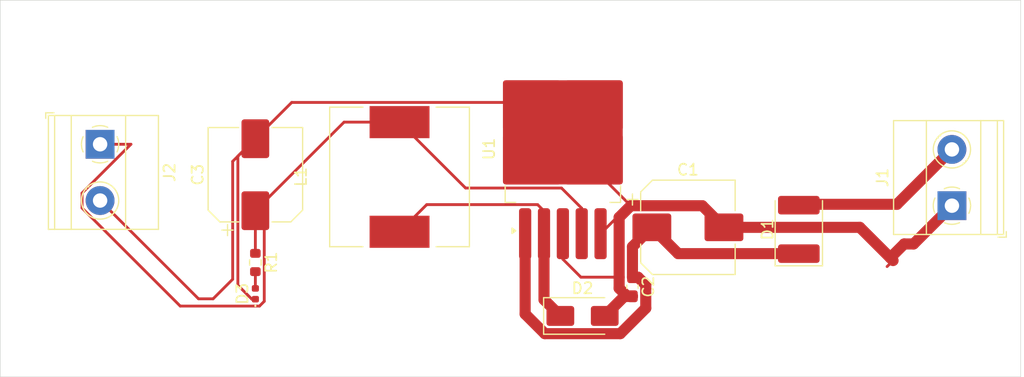
<source format=kicad_pcb>
(kicad_pcb (version 20240108) (generator "pcbnew") (generator_version "8.0")
  (layers (0 "F.Cu" signal) (31 "B.Cu" signal) (34 "B.Paste" user) (35 "F.Paste" user) (36 "B.SilkS" user "B.Silkscreen") (37 "F.SilkS" user "F.Silkscreen") (38 "B.Mask" user) (39 "F.Mask" user) (44 "Edge.Cuts" user))
  (net 0 "")
  (net 1 "GND")
  (net 2 "+VDC")
  (net 3 "+5V")
  (net 4 "Net-(D1-A)")
  (net 5 "Net-(D2-K)")
  (net 6 "Net-(D3-A)")
  (footprint "Capacitor_SMD:CP_Elec_8x10" (layer "F.Cu") (at 138 116.25 90)
    (property "Reference" "C3" (at 0 -5.2 90) (layer "F.SilkS"))
    (property "Value" "220uF")
    (fp_line (start 4.26 -4.26) (end 4.26 -1.51) (stroke (width 0.12)) (layer "F.SilkS"))
    (fp_line (start -3.195563 -4.26) (end 4.26 -4.26) (stroke (width 0.12)) (layer "F.SilkS"))
    (fp_line (start -4.26 -3.195563) (end -3.195563 -4.26) (stroke (width 0.12)) (layer "F.SilkS"))
    (fp_line (start -4.26 -3.195563) (end -4.26 -1.51) (stroke (width 0.12)) (layer "F.SilkS"))
    (fp_line (start -5 -3.01) (end -5 -2.01) (stroke (width 0.12)) (layer "F.SilkS"))
    (fp_line (start -5.5 -2.51) (end -4.5 -2.51) (stroke (width 0.12)) (layer "F.SilkS"))
    (fp_line (start -4.26 3.195563) (end -4.26 1.51) (stroke (width 0.12)) (layer "F.SilkS"))
    (fp_line (start -4.26 3.195563) (end -3.195563 4.26) (stroke (width 0.12)) (layer "F.SilkS"))
    (fp_line (start 4.26 4.26) (end 4.26 1.51) (stroke (width 0.12)) (layer "F.SilkS"))
    (fp_line (start -3.195563 4.26) (end 4.26 4.26) (stroke (width 0.12)) (layer "F.SilkS"))
    (pad "1" smd roundrect (at -3.25 0 90) (size 3.5 2.5) (layers "F.Cu" "F.Paste" "F.Mask") (roundrect_rratio 0.1) (net 3 "+5V"))
    (pad "2" smd roundrect (at 3.25 0 90) (size 3.5 2.5) (layers "F.Cu" "F.Paste" "F.Mask") (roundrect_rratio 0.1) (net 1 "GND"))
  )
  (footprint "Capacitor_SMD:C_0603_1608Metric_Pad1.08x0.95mm_HandSolder" (layer "F.Cu") (at 172 126.3625 -90)
    (property "Reference" "C2" (at 0 -1.43 90) (layer "F.SilkS"))
    (property "Value" "C")
    (fp_line (start -0.146267 0.51) (end 0.146267 0.51) (stroke (width 0.12)) (layer "F.SilkS"))
    (fp_line (start -0.146267 -0.51) (end 0.146267 -0.51) (stroke (width 0.12)) (layer "F.SilkS"))
    (pad "1" smd roundrect (at -0.8625 0 270) (size 1.075 0.95) (layers "F.Cu" "F.Paste" "F.Mask") (net 2 "+VDC"))
    (pad "2" smd roundrect (at 0.8625 0 270) (size 1.075 0.95) (layers "F.Cu" "F.Paste" "F.Mask") (net 1 "GND"))
  )
  (footprint "TerminalBlock_Phoenix:TerminalBlock_Phoenix_MKDS-1,5-2-5.08_1x02_P5.08mm_Horizontal" (layer "F.Cu") (at 124 113.5 -90)
    (property "Reference" "J2" (at 2.54 -6.26 90) (layer "F.SilkS"))
    (property "Value" "Screw_Terminal_01x02")
    (fp_line (start -2.84 4.9) (end -2.34 4.9) (stroke (width 0.12)) (layer "F.SilkS"))
    (fp_line (start -2.6 4.66) (end 7.68 4.66) (stroke (width 0.12)) (layer "F.SilkS"))
    (fp_line (start -2.84 4.16) (end -2.84 4.9) (stroke (width 0.12)) (layer "F.SilkS"))
    (fp_line (start -2.6 4.1) (end 7.68 4.1) (stroke (width 0.12)) (layer "F.SilkS"))
    (fp_line (start -2.6 2.6) (end 7.68 2.6) (stroke (width 0.12)) (layer "F.SilkS"))
    (fp_line (start 4.046 1.239) (end 4.011 1.274) (stroke (width 0.12)) (layer "F.SilkS"))
    (fp_line (start 3.853 1.023) (end 3.806 1.069) (stroke (width 0.12)) (layer "F.SilkS"))
    (fp_line (start 6.355 -1.069) (end 6.308 -1.023) (stroke (width 0.12)) (layer "F.SilkS"))
    (fp_line (start 6.15 -1.275) (end 6.115 -1.239) (stroke (width 0.12)) (layer "F.SilkS"))
    (fp_line (start -2.6 -2.301) (end 7.68 -2.301) (stroke (width 0.12)) (layer "F.SilkS"))
    (fp_line (start -2.6 -5.261) (end -2.6 4.66) (stroke (width 0.12)) (layer "F.SilkS"))
    (fp_line (start -2.6 -5.261) (end 7.68 -5.261) (stroke (width 0.12)) (layer "F.SilkS"))
    (fp_line (start 7.68 -5.261) (end 7.68 4.66) (stroke (width 0.12)) (layer "F.SilkS"))
    (fp_arc (start 0.028805 1.680253) (mid -0.335551 1.646659) (end -0.684 1.535) (stroke (width 0.12)) (layer "F.SilkS"))
    (fp_arc (start 0.683318 1.534756) (mid 0.349292 1.643288) (end 0 1.68) (stroke (width 0.12)) (layer "F.SilkS"))
    (fp_arc (start -1.535427 0.683042) (mid -1.680501 -0.000524) (end -1.535 -0.684) (stroke (width 0.12)) (layer "F.SilkS"))
    (fp_arc (start 1.535427 -0.683042) (mid 1.680501 0.000524) (end 1.535 0.684) (stroke (width 0.12)) (layer "F.SilkS"))
    (fp_arc (start -0.683042 -1.535427) (mid 0.000524 -1.680501) (end 0.684 -1.535) (stroke (width 0.12)) (layer "F.SilkS"))
    (fp_circle (center 5.08 0) (end 6.76 0) (stroke (width 0.12)) (fill none) (layer "F.SilkS"))
    (pad "1" thru_hole rect (at 0 0 270) (size 2.6 2.6) (drill 1.3) (layers "*.Cu" "*.Mask") (net 3 "+5V"))
    (pad "2" thru_hole circle (at 5.08 0 270) (size 2.6 2.6) (drill 1.3) (layers "*.Cu" "*.Mask") (net 1 "GND"))
  )
  (footprint "Package_TO_SOT_SMD:TO-263-5_TabPin3" (layer "F.Cu") (at 165.725 113.925 90)
    (property "Reference" "U1" (at 0 -6.65 90) (layer "F.SilkS"))
    (property "Value" "LM2596S-5")
    (fp_line (start -3.325 -5.2) (end -4.825 -5.2) (stroke (width 0.12)) (layer "F.SilkS"))
    (fp_line (start -4.825 -5.2) (end -4.825 -4.25) (stroke (width 0.12)) (layer "F.SilkS"))
    (fp_line (start -3.325 5.2) (end -4.825 5.2) (stroke (width 0.12)) (layer "F.SilkS"))
    (fp_line (start -4.825 5.2) (end -4.825 4.25) (stroke (width 0.12)) (layer "F.SilkS"))
    (fp_poly (pts (xy -7.3875 -4.25) (xy -7.6275 -4.58) (xy -7.1475 -4.58) (xy -7.3875 -4.25)) (stroke (width 0.12)) (fill solid) (layer "F.SilkS"))
    (pad "1" smd roundrect (at -7.65 -3.4 90) (size 4.6 1.1) (layers "F.Cu" "F.Paste" "F.Mask") (roundrect_rratio 0.227273) (net 2 "+VDC"))
    (pad "2" smd roundrect (at -7.65 -1.7 90) (size 4.6 1.1) (layers "F.Cu" "F.Paste" "F.Mask") (roundrect_rratio 0.227273) (net 5 "Net-(D2-K)"))
    (pad "3" smd roundrect (at -7.65 0 90) (size 4.6 1.1) (layers "F.Cu" "F.Paste" "F.Mask") (roundrect_rratio 0.227273) (net 1 "GND"))
    (pad "3" smd roundrect (at -0.925 -2.775 90) (size 4.55 5.25) (layers "F.Cu" "F.Paste") (roundrect_rratio 0.054945) (net 1 "GND"))
    (pad "3" smd roundrect (at -0.925 2.775 90) (size 4.55 5.25) (layers "F.Cu" "F.Paste") (roundrect_rratio 0.054945) (net 1 "GND"))
    (pad "3" smd roundrect (at 1.5 0 90) (size 9.4 10.8) (layers "F.Cu" "F.Mask") (roundrect_rratio 0.026596) (net 1 "GND"))
    (pad "3" smd roundrect (at 3.925 -2.775 90) (size 4.55 5.25) (layers "F.Cu" "F.Paste") (roundrect_rratio 0.054945) (net 1 "GND"))
    (pad "3" smd roundrect (at 3.925 2.775 90) (size 4.55 5.25) (layers "F.Cu" "F.Paste") (roundrect_rratio 0.054945) (net 1 "GND"))
    (pad "4" smd roundrect (at -7.65 1.7 90) (size 4.6 1.1) (layers "F.Cu" "F.Paste" "F.Mask") (roundrect_rratio 0.227273) (net 3 "+5V"))
    (pad "5" smd roundrect (at -7.65 3.4 90) (size 4.6 1.1) (layers "F.Cu" "F.Paste" "F.Mask") (roundrect_rratio 0.227273) (net 1 "GND"))
  )
  (footprint "Capacitor_SMD:CP_Elec_8x10" (layer "F.Cu") (at 177 121)
    (property "Reference" "C1" (at 0 -5.2 0) (layer "F.SilkS"))
    (property "Value" "220uF")
    (fp_line (start -5.5 -2.51) (end -4.5 -2.51) (stroke (width 0.12)) (layer "F.SilkS"))
    (fp_line (start -5 -3.01) (end -5 -2.01) (stroke (width 0.12)) (layer "F.SilkS"))
    (fp_line (start -4.26 -3.195563) (end -4.26 -1.51) (stroke (width 0.12)) (layer "F.SilkS"))
    (fp_line (start -4.26 -3.195563) (end -3.195563 -4.26) (stroke (width 0.12)) (layer "F.SilkS"))
    (fp_line (start -4.26 3.195563) (end -4.26 1.51) (stroke (width 0.12)) (layer "F.SilkS"))
    (fp_line (start -4.26 3.195563) (end -3.195563 4.26) (stroke (width 0.12)) (layer "F.SilkS"))
    (fp_line (start -3.195563 -4.26) (end 4.26 -4.26) (stroke (width 0.12)) (layer "F.SilkS"))
    (fp_line (start -3.195563 4.26) (end 4.26 4.26) (stroke (width 0.12)) (layer "F.SilkS"))
    (fp_line (start 4.26 -4.26) (end 4.26 -1.51) (stroke (width 0.12)) (layer "F.SilkS"))
    (fp_line (start 4.26 4.26) (end 4.26 1.51) (stroke (width 0.12)) (layer "F.SilkS"))
    (pad "1" smd roundrect (at -3.25 0) (size 3.5 2.5) (layers "F.Cu" "F.Paste" "F.Mask") (roundrect_rratio 0.1) (net 2 "+VDC"))
    (pad "2" smd roundrect (at 3.25 0) (size 3.5 2.5) (layers "F.Cu" "F.Paste" "F.Mask") (roundrect_rratio 0.1) (net 1 "GND"))
  )
  (footprint "Diode_SMD:D_SMA" (layer "F.Cu") (at 167.5 129)
    (property "Reference" "D2" (at 0 -2.5 0) (layer "F.SilkS"))
    (property "Value" "SS34")
    (fp_line (start -3.51 -1.65) (end -3.51 1.65) (stroke (width 0.12)) (layer "F.SilkS"))
    (fp_line (start -3.51 -1.65) (end 2 -1.65) (stroke (width 0.12)) (layer "F.SilkS"))
    (fp_line (start -3.51 1.65) (end 2 1.65) (stroke (width 0.12)) (layer "F.SilkS"))
    (pad "1" smd roundrect (at -2 0) (size 2.5 1.8) (layers "F.Cu" "F.Paste" "F.Mask") (roundrect_rratio 0.1388888889) (net 5 "Net-(D2-K)"))
    (pad "2" smd roundrect (at 2 0) (size 2.5 1.8) (layers "F.Cu" "F.Paste" "F.Mask") (roundrect_rratio 0.1388888889) (net 1 "GND"))
  )
  (footprint "Resistor_SMD:R_0603_1608Metric" (layer "F.Cu") (at 138 124.175 -90)
    (property "Reference" "R1" (at 0 -1.43 90) (layer "F.SilkS"))
    (property "Value" "R")
    (fp_line (start -0.237258 0.5225) (end 0.237258 0.5225) (stroke (width 0.12)) (layer "F.SilkS"))
    (fp_line (start -0.237258 -0.5225) (end 0.237258 -0.5225) (stroke (width 0.12)) (layer "F.SilkS"))
    (pad "1" smd roundrect (at -0.825 0 270) (size 0.8 0.95) (layers "F.Cu" "F.Paste" "F.Mask") (net 3 "+5V"))
    (pad "2" smd roundrect (at 0.825 0 270) (size 0.8 0.95) (layers "F.Cu" "F.Paste" "F.Mask") (net 6 "Net-(D3-A)"))
  )
  (footprint "LED_SMD:LED_0402_1005Metric" (layer "F.Cu") (at 138 127 90)
    (property "Reference" "D3" (at 0 -1.17 90) (layer "F.SilkS"))
    (property "Value" "LED")
    (fp_circle (center -1.09 0) (end -1.04 0) (stroke (width 0.1)) (fill none) (layer "F.SilkS"))
    (pad "1" smd roundrect (at -0.485 0 90) (size 0.59 0.64) (layers "F.Cu" "F.Paste" "F.Mask") (net 1 "GND"))
    (pad "2" smd roundrect (at 0.485 0 90) (size 0.59 0.64) (layers "F.Cu" "F.Paste" "F.Mask") (net 6 "Net-(D3-A)"))
  )
  (footprint "TerminalBlock_Phoenix:TerminalBlock_Phoenix_MKDS-1,5-2-5.08_1x02_P5.08mm_Horizontal" (layer "F.Cu") (at 200.805 119.045 90)
    (property "Reference" "J1" (at 2.54 -6.26 90) (layer "F.SilkS"))
    (property "Value" "Screw_Terminal_01x02")
    (fp_line (start 7.68 -5.261) (end 7.68 4.66) (stroke (width 0.12)) (layer "F.SilkS"))
    (fp_line (start -2.6 -5.261) (end 7.68 -5.261) (stroke (width 0.12)) (layer "F.SilkS"))
    (fp_line (start -2.6 -5.261) (end -2.6 4.66) (stroke (width 0.12)) (layer "F.SilkS"))
    (fp_line (start -2.6 -2.301) (end 7.68 -2.301) (stroke (width 0.12)) (layer "F.SilkS"))
    (fp_line (start 6.15 -1.275) (end 6.115 -1.239) (stroke (width 0.12)) (layer "F.SilkS"))
    (fp_line (start 6.355 -1.069) (end 6.308 -1.023) (stroke (width 0.12)) (layer "F.SilkS"))
    (fp_line (start 3.853 1.023) (end 3.806 1.069) (stroke (width 0.12)) (layer "F.SilkS"))
    (fp_line (start 4.046 1.239) (end 4.011 1.274) (stroke (width 0.12)) (layer "F.SilkS"))
    (fp_line (start -2.6 2.6) (end 7.68 2.6) (stroke (width 0.12)) (layer "F.SilkS"))
    (fp_line (start -2.6 4.1) (end 7.68 4.1) (stroke (width 0.12)) (layer "F.SilkS"))
    (fp_line (start -2.84 4.16) (end -2.84 4.9) (stroke (width 0.12)) (layer "F.SilkS"))
    (fp_line (start -2.6 4.66) (end 7.68 4.66) (stroke (width 0.12)) (layer "F.SilkS"))
    (fp_line (start -2.84 4.9) (end -2.34 4.9) (stroke (width 0.12)) (layer "F.SilkS"))
    (fp_arc (start -0.683042 -1.535427) (mid 0.000524 -1.680501) (end 0.684 -1.535) (stroke (width 0.12)) (layer "F.SilkS"))
    (fp_arc (start 1.535427 -0.683042) (mid 1.680501 0.000524) (end 1.535 0.684) (stroke (width 0.12)) (layer "F.SilkS"))
    (fp_arc (start -1.535427 0.683042) (mid -1.680501 -0.000524) (end -1.535 -0.684) (stroke (width 0.12)) (layer "F.SilkS"))
    (fp_arc (start 0.683318 1.534756) (mid 0.349292 1.643288) (end 0 1.68) (stroke (width 0.12)) (layer "F.SilkS"))
    (fp_arc (start 0.028805 1.680253) (mid -0.335551 1.646659) (end -0.684 1.535) (stroke (width 0.12)) (layer "F.SilkS"))
    (fp_circle (center 5.08 0) (end 6.76 0) (stroke (width 0.12)) (fill none) (layer "F.SilkS"))
    (pad "1" thru_hole rect (at 0 0 90) (size 2.6 2.6) (drill 1.3) (layers "*.Cu" "*.Mask") (net 1 "GND"))
    (pad "2" thru_hole circle (at 5.08 0 90) (size 2.6 2.6) (drill 1.3) (layers "*.Cu" "*.Mask") (net 4 "Net-(D1-A)"))
  )
  (footprint "Inductor_SMD:L_12x12mm_H4.5mm" (layer "F.Cu") (at 151 116.45 90)
    (property "Reference" "L1" (at 0 -8.89 90) (layer "F.SilkS"))
    (property "Value" "33uH")
    (fp_line (start 6.3 -6.3) (end 6.3 -3.3) (stroke (width 0.12)) (layer "F.SilkS"))
    (fp_line (start -6.3 -6.3) (end 6.3 -6.3) (stroke (width 0.12)) (layer "F.SilkS"))
    (fp_line (start -6.3 -3.3) (end -6.3 -6.3) (stroke (width 0.12)) (layer "F.SilkS"))
    (fp_line (start 6.3 3.3) (end 6.3 6.3) (stroke (width 0.12)) (layer "F.SilkS"))
    (fp_line (start 6.3 6.3) (end -6.3 6.3) (stroke (width 0.12)) (layer "F.SilkS"))
    (fp_line (start -6.3 6.3) (end -6.3 3.3) (stroke (width 0.12)) (layer "F.SilkS"))
    (pad "1" smd rect (at -4.95 0 90) (size 2.9 5.4) (layers "F.Cu" "F.Paste" "F.Mask") (net 5 "Net-(D2-K)"))
    (pad "2" smd rect (at 4.95 0 90) (size 2.9 5.4) (layers "F.Cu" "F.Paste" "F.Mask") (net 3 "+5V"))
  )
  (footprint "Diode_SMD:D_2114_3652Metric" (layer "F.Cu") (at 187 121.1875 90)
    (property "Reference" "D1" (at 0 -2.82 90) (layer "F.SilkS"))
    (property "Value" "D")
    (fp_line (start 2.6 -2.135) (end -3.285 -2.135) (stroke (width 0.12)) (layer "F.SilkS"))
    (fp_line (start -3.285 -2.135) (end -3.285 2.135) (stroke (width 0.12)) (layer "F.SilkS"))
    (fp_line (start -3.285 2.135) (end 2.6 2.135) (stroke (width 0.12)) (layer "F.SilkS"))
    (pad "1" smd roundrect (at -2.1875 0 90) (size 1.675 3.75) (layers "F.Cu" "F.Paste" "F.Mask") (roundrect_rratio 0.149254) (net 2 "+VDC"))
    (pad "2" smd roundrect (at 2.1875 0 90) (size 1.675 3.75) (layers "F.Cu" "F.Paste" "F.Mask") (roundrect_rratio 0.149254) (net 4 "Net-(D1-A)"))
  )
  (gr_line (start 115 134.5) (end 207 134.5) (stroke (width 0.05)) (layer "Edge.Cuts"))
  (gr_line (start 207 100.5) (end 115 100.5) (stroke (width 0.05)) (layer "Edge.Cuts"))
  (gr_line (start 115 100.5) (end 115 134.5) (stroke (width 0.05)) (layer "Edge.Cuts"))
  (gr_line (start 207 134.5) (end 207 100.5) (stroke (width 0.05)) (layer "Edge.Cuts"))
  (segment (start 135.954 115.046) (end 138 113) (width 0.254) (layer "F.Cu") (net 1))
  (segment (start 171.525 127.225) (end 170.8 126.5) (width 1) (layer "F.Cu") (net 1))
  (segment (start 165.725 121.575) (end 165.725 123.875) (width 0.254) (layer "F.Cu") (net 1))
  (segment (start 172 127.225) (end 171.525 127.225) (width 1) (layer "F.Cu") (net 1))
  (segment (start 195.25 123.75) (end 196.5 122.5) (width 1) (layer "F.Cu") (net 1))
  (segment (start 132.874 127.454) (end 134.188053 127.454) (width 0.254) (layer "F.Cu") (net 1))
  (segment (start 170.60043 120.09957) (end 170.8 120.09957) (width 0.254) (layer "F.Cu") (net 1))
  (segment (start 197.35 122.5) (end 200.805 119.045) (width 1) (layer "F.Cu") (net 1))
  (segment (start 170.8 120.09957) (end 171.84957 119.05) (width 1) (layer "F.Cu") (net 1))
  (segment (start 180.25 121) (end 192.5 121) (width 1) (layer "F.Cu") (net 1))
  (segment (start 165.725 123.875) (end 167.35 125.5) (width 0.254) (layer "F.Cu") (net 1))
  (segment (start 138 127.485) (end 137.680001 127.485) (width 0.254) (layer "F.Cu") (net 1))
  (segment (start 192.5 121) (end 195.25 123.75) (width 1) (layer "F.Cu") (net 1))
  (segment (start 136.423 114.577) (end 138 113) (width 0.254) (layer "F.Cu") (net 1))
  (segment (start 195.25 123.75) (end 195.5 124) (width 1) (layer "F.Cu") (net 1))
  (segment (start 134.188053 127.454) (end 135.954 125.688053) (width 0.254) (layer "F.Cu") (net 1))
  (segment (start 169.125 121.575) (end 170.60043 120.09957) (width 0.254) (layer "F.Cu") (net 1))
  (segment (start 171.275 127.225) (end 169.5 129) (width 1) (layer "F.Cu") (net 1))
  (segment (start 170.8 126.5) (end 170.8 125.5) (width 1) (layer "F.Cu") (net 1))
  (segment (start 138 113) (end 141.277 109.723) (width 0.254) (layer "F.Cu") (net 1))
  (segment (start 169.5 129) (end 170.225 129) (width 0.254) (layer "F.Cu") (net 1))
  (segment (start 178.3 119.05) (end 180.25 121) (width 1) (layer "F.Cu") (net 1))
  (segment (start 124 118.58) (end 132.874 127.454) (width 0.254) (layer "F.Cu") (net 1))
  (segment (start 167.35 125.5) (end 170.8 125.5) (width 0.254) (layer "F.Cu") (net 1))
  (segment (start 136.423 126.227999) (end 136.423 114.577) (width 0.254) (layer "F.Cu") (net 1))
  (segment (start 196.5 122.5) (end 197.35 122.5) (width 1) (layer "F.Cu") (net 1))
  (segment (start 172 127.225) (end 171.275 127.225) (width 1) (layer "F.Cu") (net 1))
  (segment (start 135.954 125.688053) (end 135.954 115.046) (width 0.254) (layer "F.Cu") (net 1))
  (segment (start 170.8 125.5) (end 170.8 120.09957) (width 1) (layer "F.Cu") (net 1))
  (segment (start 195.5 124) (end 194.9605 124.5395) (width 0.254) (layer "F.Cu") (net 1))
  (segment (start 171.84957 119.05) (end 178.3 119.05) (width 1) (layer "F.Cu") (net 1))
  (segment (start 141.277 109.723) (end 162.52257 109.723) (width 0.254) (layer "F.Cu") (net 1))
  (segment (start 137.680001 127.485) (end 136.423 126.227999) (width 0.254) (layer "F.Cu") (net 1))
  (segment (start 162.52257 109.723) (end 171.84957 119.05) (width 0.254) (layer "F.Cu") (net 1))
  (segment (start 170.90043 130.6) (end 173.2 128.30043) (width 1) (layer "F.Cu") (net 2))
  (segment (start 173.2 126.2) (end 172.5 125.5) (width 1) (layer "F.Cu") (net 2))
  (segment (start 162.325 121.575) (end 162.325 128.82543) (width 1) (layer "F.Cu") (net 2))
  (segment (start 187 123.375) (end 176.125 123.375) (width 1) (layer "F.Cu") (net 2))
  (segment (start 176.125 123.375) (end 173.75 121) (width 1) (layer "F.Cu") (net 2))
  (segment (start 164.09957 130.6) (end 170.90043 130.6) (width 1) (layer "F.Cu") (net 2))
  (segment (start 172.5 125.5) (end 172 125.5) (width 1) (layer "F.Cu") (net 2))
  (segment (start 162.325 128.82543) (end 164.09957 130.6) (width 1) (layer "F.Cu") (net 2))
  (segment (start 173.2 128.30043) (end 173.2 126.2) (width 1) (layer "F.Cu") (net 2))
  (segment (start 172 125.5) (end 172 122.75) (width 1) (layer "F.Cu") (net 2))
  (segment (start 172 122.75) (end 173.75 121) (width 1) (layer "F.Cu") (net 2))
  (segment (start 131.226074 128.107) (end 138.373132 128.107) (width 0.254) (layer "F.Cu") (net 3))
  (segment (start 138.802 120.302) (end 138 119.5) (width 0.254) (layer "F.Cu") (net 3))
  (segment (start 138 119.5) (end 138 123.35) (width 0.254) (layer "F.Cu") (net 3))
  (segment (start 138.802 127.678132) (end 138.802 120.302) (width 0.254) (layer "F.Cu") (net 3))
  (segment (start 137.5 119) (end 138 119.5) (width 0.254) (layer "F.Cu") (net 3))
  (segment (start 126.779074 113.5) (end 122.373 117.906074) (width 0.254) (layer "F.Cu") (net 3))
  (segment (start 156.952 117.452) (end 151 111.5) (width 0.254) (layer "F.Cu") (net 3))
  (segment (start 138.373132 128.107) (end 138.802 127.678132) (width 0.254) (layer "F.Cu") (net 3))
  (segment (start 146 111.5) (end 138 119.5) (width 0.254) (layer "F.Cu") (net 3))
  (segment (start 165.602 117.452) (end 156.952 117.452) (width 0.254) (layer "F.Cu") (net 3))
  (segment (start 122.373 119.253926) (end 131.226074 128.107) (width 0.254) (layer "F.Cu") (net 3))
  (segment (start 124 113.5) (end 126.779074 113.5) (width 0.254) (layer "F.Cu") (net 3))
  (segment (start 167.425 119.275) (end 165.602 117.452) (width 0.254) (layer "F.Cu") (net 3))
  (segment (start 167.425 121.575) (end 167.425 119.275) (width 0.254) (layer "F.Cu") (net 3))
  (segment (start 151 111.5) (end 146 111.5) (width 0.254) (layer "F.Cu") (net 3))
  (segment (start 122.373 117.906074) (end 122.373 119.253926) (width 0.254) (layer "F.Cu") (net 3))
  (segment (start 195.85 118.92) (end 200.805 113.965) (width 1) (layer "F.Cu") (net 4))
  (segment (start 187.08 118.92) (end 195.85 118.92) (width 1) (layer "F.Cu") (net 4))
  (segment (start 187 119) (end 187.08 118.92) (width 1) (layer "F.Cu") (net 4))
  (segment (start 164.025 119.525) (end 164.025 121.575) (width 0.254) (layer "F.Cu") (net 5))
  (segment (start 165.5 129) (end 164.025 127.525) (width 1) (layer "F.Cu") (net 5))
  (segment (start 153.452 118.948) (end 163.448 118.948) (width 0.254) (layer "F.Cu") (net 5))
  (segment (start 164.352 124.202) (end 164.025 123.875) (width 0.254) (layer "F.Cu") (net 5))
  (segment (start 164.025 123.875) (end 164.025 121.575) (width 0.254) (layer "F.Cu") (net 5))
  (segment (start 163.448 118.948) (end 164.025 119.525) (width 0.254) (layer "F.Cu") (net 5))
  (segment (start 164.025 127.525) (end 164.025 121.575) (width 1) (layer "F.Cu") (net 5))
  (segment (start 151 121.4) (end 153.452 118.948) (width 0.254) (layer "F.Cu") (net 5))
  (segment (start 138 125) (end 138 126.515) (width 0.254) (layer "F.Cu") (net 6))
)
</source>
